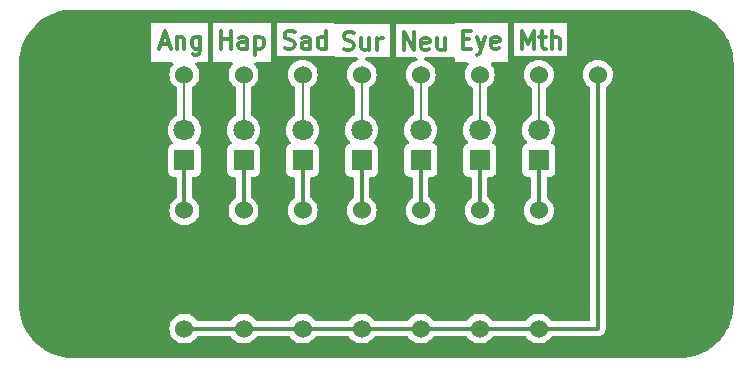
<source format=gbr>
%TF.GenerationSoftware,KiCad,Pcbnew,8.0.1-rc1*%
%TF.CreationDate,2024-04-16T23:15:50-05:00*%
%TF.ProjectId,Emotion LED,456d6f74-696f-46e2-904c-45442e6b6963,rev?*%
%TF.SameCoordinates,Original*%
%TF.FileFunction,Copper,L1,Top*%
%TF.FilePolarity,Positive*%
%FSLAX46Y46*%
G04 Gerber Fmt 4.6, Leading zero omitted, Abs format (unit mm)*
G04 Created by KiCad (PCBNEW 8.0.1-rc1) date 2024-04-16 23:15:50*
%MOMM*%
%LPD*%
G01*
G04 APERTURE LIST*
%ADD10C,0.300000*%
%TA.AperFunction,NonConductor*%
%ADD11C,0.300000*%
%TD*%
%TA.AperFunction,ComponentPad*%
%ADD12C,1.524000*%
%TD*%
%TA.AperFunction,ComponentPad*%
%ADD13R,1.800000X1.800000*%
%TD*%
%TA.AperFunction,ComponentPad*%
%ADD14C,1.800000*%
%TD*%
%TA.AperFunction,Conductor*%
%ADD15C,0.304800*%
%TD*%
%TA.AperFunction,Conductor*%
%ADD16C,0.200000*%
%TD*%
G04 APERTURE END LIST*
D10*
D11*
X58483082Y-31229400D02*
X58697368Y-31300828D01*
X58697368Y-31300828D02*
X59054510Y-31300828D01*
X59054510Y-31300828D02*
X59197368Y-31229400D01*
X59197368Y-31229400D02*
X59268796Y-31157971D01*
X59268796Y-31157971D02*
X59340225Y-31015114D01*
X59340225Y-31015114D02*
X59340225Y-30872257D01*
X59340225Y-30872257D02*
X59268796Y-30729400D01*
X59268796Y-30729400D02*
X59197368Y-30657971D01*
X59197368Y-30657971D02*
X59054510Y-30586542D01*
X59054510Y-30586542D02*
X58768796Y-30515114D01*
X58768796Y-30515114D02*
X58625939Y-30443685D01*
X58625939Y-30443685D02*
X58554510Y-30372257D01*
X58554510Y-30372257D02*
X58483082Y-30229400D01*
X58483082Y-30229400D02*
X58483082Y-30086542D01*
X58483082Y-30086542D02*
X58554510Y-29943685D01*
X58554510Y-29943685D02*
X58625939Y-29872257D01*
X58625939Y-29872257D02*
X58768796Y-29800828D01*
X58768796Y-29800828D02*
X59125939Y-29800828D01*
X59125939Y-29800828D02*
X59340225Y-29872257D01*
X60625939Y-31300828D02*
X60625939Y-30515114D01*
X60625939Y-30515114D02*
X60554510Y-30372257D01*
X60554510Y-30372257D02*
X60411653Y-30300828D01*
X60411653Y-30300828D02*
X60125939Y-30300828D01*
X60125939Y-30300828D02*
X59983081Y-30372257D01*
X60625939Y-31229400D02*
X60483081Y-31300828D01*
X60483081Y-31300828D02*
X60125939Y-31300828D01*
X60125939Y-31300828D02*
X59983081Y-31229400D01*
X59983081Y-31229400D02*
X59911653Y-31086542D01*
X59911653Y-31086542D02*
X59911653Y-30943685D01*
X59911653Y-30943685D02*
X59983081Y-30800828D01*
X59983081Y-30800828D02*
X60125939Y-30729400D01*
X60125939Y-30729400D02*
X60483081Y-30729400D01*
X60483081Y-30729400D02*
X60625939Y-30657971D01*
X61983082Y-31300828D02*
X61983082Y-29800828D01*
X61983082Y-31229400D02*
X61840224Y-31300828D01*
X61840224Y-31300828D02*
X61554510Y-31300828D01*
X61554510Y-31300828D02*
X61411653Y-31229400D01*
X61411653Y-31229400D02*
X61340224Y-31157971D01*
X61340224Y-31157971D02*
X61268796Y-31015114D01*
X61268796Y-31015114D02*
X61268796Y-30586542D01*
X61268796Y-30586542D02*
X61340224Y-30443685D01*
X61340224Y-30443685D02*
X61411653Y-30372257D01*
X61411653Y-30372257D02*
X61554510Y-30300828D01*
X61554510Y-30300828D02*
X61840224Y-30300828D01*
X61840224Y-30300828D02*
X61983082Y-30372257D01*
D10*
D11*
X53054510Y-31300828D02*
X53054510Y-29800828D01*
X53054510Y-30515114D02*
X53911653Y-30515114D01*
X53911653Y-31300828D02*
X53911653Y-29800828D01*
X55268797Y-31300828D02*
X55268797Y-30515114D01*
X55268797Y-30515114D02*
X55197368Y-30372257D01*
X55197368Y-30372257D02*
X55054511Y-30300828D01*
X55054511Y-30300828D02*
X54768797Y-30300828D01*
X54768797Y-30300828D02*
X54625939Y-30372257D01*
X55268797Y-31229400D02*
X55125939Y-31300828D01*
X55125939Y-31300828D02*
X54768797Y-31300828D01*
X54768797Y-31300828D02*
X54625939Y-31229400D01*
X54625939Y-31229400D02*
X54554511Y-31086542D01*
X54554511Y-31086542D02*
X54554511Y-30943685D01*
X54554511Y-30943685D02*
X54625939Y-30800828D01*
X54625939Y-30800828D02*
X54768797Y-30729400D01*
X54768797Y-30729400D02*
X55125939Y-30729400D01*
X55125939Y-30729400D02*
X55268797Y-30657971D01*
X55983082Y-30300828D02*
X55983082Y-31800828D01*
X55983082Y-30372257D02*
X56125940Y-30300828D01*
X56125940Y-30300828D02*
X56411654Y-30300828D01*
X56411654Y-30300828D02*
X56554511Y-30372257D01*
X56554511Y-30372257D02*
X56625940Y-30443685D01*
X56625940Y-30443685D02*
X56697368Y-30586542D01*
X56697368Y-30586542D02*
X56697368Y-31015114D01*
X56697368Y-31015114D02*
X56625940Y-31157971D01*
X56625940Y-31157971D02*
X56554511Y-31229400D01*
X56554511Y-31229400D02*
X56411654Y-31300828D01*
X56411654Y-31300828D02*
X56125940Y-31300828D01*
X56125940Y-31300828D02*
X55983082Y-31229400D01*
D10*
D11*
X68554510Y-31385912D02*
X68554510Y-29885912D01*
X68554510Y-29885912D02*
X69411653Y-31385912D01*
X69411653Y-31385912D02*
X69411653Y-29885912D01*
X70697368Y-31314484D02*
X70554511Y-31385912D01*
X70554511Y-31385912D02*
X70268797Y-31385912D01*
X70268797Y-31385912D02*
X70125939Y-31314484D01*
X70125939Y-31314484D02*
X70054511Y-31171626D01*
X70054511Y-31171626D02*
X70054511Y-30600198D01*
X70054511Y-30600198D02*
X70125939Y-30457341D01*
X70125939Y-30457341D02*
X70268797Y-30385912D01*
X70268797Y-30385912D02*
X70554511Y-30385912D01*
X70554511Y-30385912D02*
X70697368Y-30457341D01*
X70697368Y-30457341D02*
X70768797Y-30600198D01*
X70768797Y-30600198D02*
X70768797Y-30743055D01*
X70768797Y-30743055D02*
X70054511Y-30885912D01*
X72054511Y-30385912D02*
X72054511Y-31385912D01*
X71411653Y-30385912D02*
X71411653Y-31171626D01*
X71411653Y-31171626D02*
X71483082Y-31314484D01*
X71483082Y-31314484D02*
X71625939Y-31385912D01*
X71625939Y-31385912D02*
X71840225Y-31385912D01*
X71840225Y-31385912D02*
X71983082Y-31314484D01*
X71983082Y-31314484D02*
X72054511Y-31243055D01*
D10*
D11*
X63483082Y-31314484D02*
X63697368Y-31385912D01*
X63697368Y-31385912D02*
X64054510Y-31385912D01*
X64054510Y-31385912D02*
X64197368Y-31314484D01*
X64197368Y-31314484D02*
X64268796Y-31243055D01*
X64268796Y-31243055D02*
X64340225Y-31100198D01*
X64340225Y-31100198D02*
X64340225Y-30957341D01*
X64340225Y-30957341D02*
X64268796Y-30814484D01*
X64268796Y-30814484D02*
X64197368Y-30743055D01*
X64197368Y-30743055D02*
X64054510Y-30671626D01*
X64054510Y-30671626D02*
X63768796Y-30600198D01*
X63768796Y-30600198D02*
X63625939Y-30528769D01*
X63625939Y-30528769D02*
X63554510Y-30457341D01*
X63554510Y-30457341D02*
X63483082Y-30314484D01*
X63483082Y-30314484D02*
X63483082Y-30171626D01*
X63483082Y-30171626D02*
X63554510Y-30028769D01*
X63554510Y-30028769D02*
X63625939Y-29957341D01*
X63625939Y-29957341D02*
X63768796Y-29885912D01*
X63768796Y-29885912D02*
X64125939Y-29885912D01*
X64125939Y-29885912D02*
X64340225Y-29957341D01*
X65625939Y-30385912D02*
X65625939Y-31385912D01*
X64983081Y-30385912D02*
X64983081Y-31171626D01*
X64983081Y-31171626D02*
X65054510Y-31314484D01*
X65054510Y-31314484D02*
X65197367Y-31385912D01*
X65197367Y-31385912D02*
X65411653Y-31385912D01*
X65411653Y-31385912D02*
X65554510Y-31314484D01*
X65554510Y-31314484D02*
X65625939Y-31243055D01*
X66340224Y-31385912D02*
X66340224Y-30385912D01*
X66340224Y-30671626D02*
X66411653Y-30528769D01*
X66411653Y-30528769D02*
X66483082Y-30457341D01*
X66483082Y-30457341D02*
X66625939Y-30385912D01*
X66625939Y-30385912D02*
X66768796Y-30385912D01*
D10*
D11*
X47983082Y-30872257D02*
X48697368Y-30872257D01*
X47840225Y-31300828D02*
X48340225Y-29800828D01*
X48340225Y-29800828D02*
X48840225Y-31300828D01*
X49340224Y-30300828D02*
X49340224Y-31300828D01*
X49340224Y-30443685D02*
X49411653Y-30372257D01*
X49411653Y-30372257D02*
X49554510Y-30300828D01*
X49554510Y-30300828D02*
X49768796Y-30300828D01*
X49768796Y-30300828D02*
X49911653Y-30372257D01*
X49911653Y-30372257D02*
X49983082Y-30515114D01*
X49983082Y-30515114D02*
X49983082Y-31300828D01*
X51340225Y-30300828D02*
X51340225Y-31515114D01*
X51340225Y-31515114D02*
X51268796Y-31657971D01*
X51268796Y-31657971D02*
X51197367Y-31729400D01*
X51197367Y-31729400D02*
X51054510Y-31800828D01*
X51054510Y-31800828D02*
X50840225Y-31800828D01*
X50840225Y-31800828D02*
X50697367Y-31729400D01*
X51340225Y-31229400D02*
X51197367Y-31300828D01*
X51197367Y-31300828D02*
X50911653Y-31300828D01*
X50911653Y-31300828D02*
X50768796Y-31229400D01*
X50768796Y-31229400D02*
X50697367Y-31157971D01*
X50697367Y-31157971D02*
X50625939Y-31015114D01*
X50625939Y-31015114D02*
X50625939Y-30586542D01*
X50625939Y-30586542D02*
X50697367Y-30443685D01*
X50697367Y-30443685D02*
X50768796Y-30372257D01*
X50768796Y-30372257D02*
X50911653Y-30300828D01*
X50911653Y-30300828D02*
X51197367Y-30300828D01*
X51197367Y-30300828D02*
X51340225Y-30372257D01*
D10*
D11*
X78554510Y-31300828D02*
X78554510Y-29800828D01*
X78554510Y-29800828D02*
X79054510Y-30872257D01*
X79054510Y-30872257D02*
X79554510Y-29800828D01*
X79554510Y-29800828D02*
X79554510Y-31300828D01*
X80054511Y-30300828D02*
X80625939Y-30300828D01*
X80268796Y-29800828D02*
X80268796Y-31086542D01*
X80268796Y-31086542D02*
X80340225Y-31229400D01*
X80340225Y-31229400D02*
X80483082Y-31300828D01*
X80483082Y-31300828D02*
X80625939Y-31300828D01*
X81125939Y-31300828D02*
X81125939Y-29800828D01*
X81768797Y-31300828D02*
X81768797Y-30515114D01*
X81768797Y-30515114D02*
X81697368Y-30372257D01*
X81697368Y-30372257D02*
X81554511Y-30300828D01*
X81554511Y-30300828D02*
X81340225Y-30300828D01*
X81340225Y-30300828D02*
X81197368Y-30372257D01*
X81197368Y-30372257D02*
X81125939Y-30443685D01*
D10*
D11*
X73554510Y-30515114D02*
X74054510Y-30515114D01*
X74268796Y-31300828D02*
X73554510Y-31300828D01*
X73554510Y-31300828D02*
X73554510Y-29800828D01*
X73554510Y-29800828D02*
X74268796Y-29800828D01*
X74768796Y-30300828D02*
X75125939Y-31300828D01*
X75483082Y-30300828D02*
X75125939Y-31300828D01*
X75125939Y-31300828D02*
X74983082Y-31657971D01*
X74983082Y-31657971D02*
X74911653Y-31729400D01*
X74911653Y-31729400D02*
X74768796Y-31800828D01*
X76625939Y-31229400D02*
X76483082Y-31300828D01*
X76483082Y-31300828D02*
X76197368Y-31300828D01*
X76197368Y-31300828D02*
X76054510Y-31229400D01*
X76054510Y-31229400D02*
X75983082Y-31086542D01*
X75983082Y-31086542D02*
X75983082Y-30515114D01*
X75983082Y-30515114D02*
X76054510Y-30372257D01*
X76054510Y-30372257D02*
X76197368Y-30300828D01*
X76197368Y-30300828D02*
X76483082Y-30300828D01*
X76483082Y-30300828D02*
X76625939Y-30372257D01*
X76625939Y-30372257D02*
X76697368Y-30515114D01*
X76697368Y-30515114D02*
X76697368Y-30657971D01*
X76697368Y-30657971D02*
X75983082Y-30800828D01*
D12*
%TO.P,REF\u002A\u002A,1*%
%TO.N,N/C*%
X50000000Y-45000000D03*
%TO.P,REF\u002A\u002A,2*%
X50000000Y-55000000D03*
%TD*%
D13*
%TO.P,REF\u002A\u002A,1*%
%TO.N,N/C*%
X70000000Y-40750000D03*
D14*
%TO.P,REF\u002A\u002A,2*%
X70000000Y-38210000D03*
%TD*%
D12*
%TO.P,REF\u002A\u002A,1*%
%TO.N,N/C*%
X75000000Y-45000000D03*
%TO.P,REF\u002A\u002A,2*%
X75000000Y-55000000D03*
%TD*%
%TO.P,REF\u002A\u002A,1*%
%TO.N,N/C*%
X65000000Y-45000000D03*
%TO.P,REF\u002A\u002A,2*%
X65000000Y-55000000D03*
%TD*%
D13*
%TO.P,REF\u002A\u002A,1*%
%TO.N,N/C*%
X75000000Y-40750000D03*
D14*
%TO.P,REF\u002A\u002A,2*%
X75000000Y-38210000D03*
%TD*%
D13*
%TO.P,REF\u002A\u002A,1*%
%TO.N,N/C*%
X50000000Y-40750000D03*
D14*
%TO.P,REF\u002A\u002A,2*%
X50000000Y-38210000D03*
%TD*%
D12*
%TO.P,REF\u002A\u002A,1*%
%TO.N,N/C*%
X60000000Y-45000000D03*
%TO.P,REF\u002A\u002A,2*%
X60000000Y-55000000D03*
%TD*%
%TO.P,,2*%
%TO.N,N/C*%
X85000000Y-33500000D03*
%TD*%
%TO.P,,1*%
%TO.N,N/C*%
X65000000Y-33500000D03*
%TD*%
%TO.P,,1*%
%TO.N,N/C*%
X60000000Y-33500000D03*
%TD*%
%TO.P,,1*%
%TO.N,N/C*%
X50000000Y-33500000D03*
%TD*%
D13*
%TO.P,REF\u002A\u002A,1*%
%TO.N,N/C*%
X60000000Y-40750000D03*
D14*
%TO.P,REF\u002A\u002A,2*%
X60000000Y-38210000D03*
%TD*%
D12*
%TO.P,,1*%
%TO.N,N/C*%
X75000000Y-33500000D03*
%TD*%
%TO.P,,1*%
%TO.N,N/C*%
X70000000Y-33500000D03*
%TD*%
%TO.P,,1*%
%TO.N,N/C*%
X55000000Y-33500000D03*
%TD*%
D13*
%TO.P,REF\u002A\u002A,1*%
%TO.N,N/C*%
X80000000Y-40750000D03*
D14*
%TO.P,REF\u002A\u002A,2*%
X80000000Y-38210000D03*
%TD*%
D13*
%TO.P,REF\u002A\u002A,1*%
%TO.N,N/C*%
X65000000Y-40750000D03*
D14*
%TO.P,REF\u002A\u002A,2*%
X65000000Y-38210000D03*
%TD*%
D12*
%TO.P,,1*%
%TO.N,N/C*%
X80000000Y-33500000D03*
%TD*%
D13*
%TO.P,REF\u002A\u002A,1*%
%TO.N,N/C*%
X55000000Y-40750000D03*
D14*
%TO.P,REF\u002A\u002A,2*%
X55000000Y-38210000D03*
%TD*%
D12*
%TO.P,REF\u002A\u002A,1*%
%TO.N,N/C*%
X70000000Y-45000000D03*
%TO.P,REF\u002A\u002A,2*%
X70000000Y-55000000D03*
%TD*%
%TO.P,REF\u002A\u002A,1*%
%TO.N,N/C*%
X55000000Y-45000000D03*
%TO.P,REF\u002A\u002A,2*%
X55000000Y-55000000D03*
%TD*%
%TO.P,REF\u002A\u002A,1*%
%TO.N,N/C*%
X80000000Y-45000000D03*
%TO.P,REF\u002A\u002A,2*%
X80000000Y-55000000D03*
%TD*%
D15*
%TO.N,*%
X50000000Y-40750000D02*
X50000000Y-45000000D01*
X65000000Y-40750000D02*
X65000000Y-45000000D01*
D16*
X70000000Y-38210000D02*
X70000000Y-33500000D01*
X80000000Y-38210000D02*
X80000000Y-33500000D01*
D15*
X70000000Y-40750000D02*
X70000000Y-45000000D01*
X50000000Y-55000000D02*
X85000000Y-55000000D01*
X75000000Y-40750000D02*
X75000000Y-45000000D01*
D16*
X55000000Y-38210000D02*
X55000000Y-33500000D01*
D15*
X55000000Y-40750000D02*
X55000000Y-45000000D01*
D16*
X60000000Y-38210000D02*
X60000000Y-33500000D01*
D15*
X60000000Y-40750000D02*
X60000000Y-45000000D01*
X80000000Y-40750000D02*
X80000000Y-45000000D01*
X85000000Y-55000000D02*
X85000000Y-33500000D01*
D16*
X50000000Y-38210000D02*
X50000000Y-33500000D01*
X75000000Y-38210000D02*
X75000000Y-33500000D01*
X65000000Y-38210000D02*
X65000000Y-33500000D01*
%TD*%
%TA.AperFunction,Conductor*%
%TO.N,GRD*%
G36*
X91922702Y-28000618D02*
G01*
X91935819Y-28001190D01*
X92313742Y-28017690D01*
X92324477Y-28018630D01*
X92709859Y-28069366D01*
X92720493Y-28071241D01*
X93099990Y-28155374D01*
X93110416Y-28158168D01*
X93481135Y-28275055D01*
X93491270Y-28278744D01*
X93850387Y-28427495D01*
X93860178Y-28432061D01*
X94204942Y-28611534D01*
X94214309Y-28616941D01*
X94484434Y-28789030D01*
X94542130Y-28825786D01*
X94550991Y-28831991D01*
X94859353Y-29068605D01*
X94867640Y-29075559D01*
X95154204Y-29338146D01*
X95161853Y-29345795D01*
X95424440Y-29632359D01*
X95431394Y-29640646D01*
X95668008Y-29949008D01*
X95674213Y-29957869D01*
X95883057Y-30285689D01*
X95888465Y-30295057D01*
X96067935Y-30639814D01*
X96072507Y-30649618D01*
X96221249Y-31008714D01*
X96224949Y-31018879D01*
X96341828Y-31389572D01*
X96344628Y-31400021D01*
X96428756Y-31779498D01*
X96430634Y-31790151D01*
X96481367Y-32175499D01*
X96482310Y-32186276D01*
X96499382Y-32577297D01*
X96499500Y-32582706D01*
X96499500Y-52917293D01*
X96499382Y-52922702D01*
X96482310Y-53313723D01*
X96481367Y-53324500D01*
X96430634Y-53709848D01*
X96428756Y-53720501D01*
X96344628Y-54099978D01*
X96341828Y-54110427D01*
X96224949Y-54481120D01*
X96221249Y-54491285D01*
X96072507Y-54850381D01*
X96067935Y-54860185D01*
X95888465Y-55204942D01*
X95883057Y-55214310D01*
X95674213Y-55542130D01*
X95668008Y-55550991D01*
X95431394Y-55859353D01*
X95424440Y-55867640D01*
X95161853Y-56154204D01*
X95154204Y-56161853D01*
X94867640Y-56424440D01*
X94859353Y-56431394D01*
X94550991Y-56668008D01*
X94542130Y-56674213D01*
X94214310Y-56883057D01*
X94204942Y-56888465D01*
X93860185Y-57067935D01*
X93850381Y-57072507D01*
X93491285Y-57221249D01*
X93481120Y-57224949D01*
X93110427Y-57341828D01*
X93099978Y-57344628D01*
X92720501Y-57428756D01*
X92709848Y-57430634D01*
X92324500Y-57481367D01*
X92313723Y-57482310D01*
X91922703Y-57499382D01*
X91917294Y-57499500D01*
X40582706Y-57499500D01*
X40577297Y-57499382D01*
X40186276Y-57482310D01*
X40175501Y-57481367D01*
X40086792Y-57469688D01*
X39790151Y-57430634D01*
X39779498Y-57428756D01*
X39400021Y-57344628D01*
X39389572Y-57341828D01*
X39018879Y-57224949D01*
X39008714Y-57221249D01*
X38649618Y-57072507D01*
X38639814Y-57067935D01*
X38295057Y-56888465D01*
X38285689Y-56883057D01*
X37957869Y-56674213D01*
X37949008Y-56668008D01*
X37640646Y-56431394D01*
X37632359Y-56424440D01*
X37345795Y-56161853D01*
X37338146Y-56154204D01*
X37075559Y-55867640D01*
X37068605Y-55859353D01*
X36831991Y-55550991D01*
X36825786Y-55542130D01*
X36616942Y-55214310D01*
X36611534Y-55204942D01*
X36538323Y-55064305D01*
X36504849Y-55000002D01*
X48732677Y-55000002D01*
X48751929Y-55220062D01*
X48751930Y-55220070D01*
X48809104Y-55433445D01*
X48809105Y-55433447D01*
X48809106Y-55433450D01*
X48843467Y-55507137D01*
X48902466Y-55633662D01*
X48902468Y-55633666D01*
X49029170Y-55814615D01*
X49029175Y-55814621D01*
X49185378Y-55970824D01*
X49185384Y-55970829D01*
X49366333Y-56097531D01*
X49366335Y-56097532D01*
X49366338Y-56097534D01*
X49566550Y-56190894D01*
X49779932Y-56248070D01*
X49937123Y-56261822D01*
X49999998Y-56267323D01*
X50000000Y-56267323D01*
X50000002Y-56267323D01*
X50055017Y-56262509D01*
X50220068Y-56248070D01*
X50433450Y-56190894D01*
X50633662Y-56097534D01*
X50814620Y-55970826D01*
X50970826Y-55814620D01*
X51047038Y-55705776D01*
X51101614Y-55662152D01*
X51148613Y-55652900D01*
X53851387Y-55652900D01*
X53918426Y-55672585D01*
X53952962Y-55705777D01*
X54029172Y-55814618D01*
X54029173Y-55814619D01*
X54029174Y-55814620D01*
X54185380Y-55970826D01*
X54185383Y-55970828D01*
X54185384Y-55970829D01*
X54366333Y-56097531D01*
X54366335Y-56097532D01*
X54366338Y-56097534D01*
X54566550Y-56190894D01*
X54779932Y-56248070D01*
X54937123Y-56261822D01*
X54999998Y-56267323D01*
X55000000Y-56267323D01*
X55000002Y-56267323D01*
X55055017Y-56262509D01*
X55220068Y-56248070D01*
X55433450Y-56190894D01*
X55633662Y-56097534D01*
X55814620Y-55970826D01*
X55970826Y-55814620D01*
X56047038Y-55705776D01*
X56101614Y-55662152D01*
X56148613Y-55652900D01*
X58851387Y-55652900D01*
X58918426Y-55672585D01*
X58952962Y-55705777D01*
X59029172Y-55814618D01*
X59029173Y-55814619D01*
X59029174Y-55814620D01*
X59185380Y-55970826D01*
X59185383Y-55970828D01*
X59185384Y-55970829D01*
X59366333Y-56097531D01*
X59366335Y-56097532D01*
X59366338Y-56097534D01*
X59566550Y-56190894D01*
X59779932Y-56248070D01*
X59937123Y-56261822D01*
X59999998Y-56267323D01*
X60000000Y-56267323D01*
X60000002Y-56267323D01*
X60055017Y-56262509D01*
X60220068Y-56248070D01*
X60433450Y-56190894D01*
X60633662Y-56097534D01*
X60814620Y-55970826D01*
X60970826Y-55814620D01*
X61047038Y-55705776D01*
X61101614Y-55662152D01*
X61148613Y-55652900D01*
X63851387Y-55652900D01*
X63918426Y-55672585D01*
X63952962Y-55705777D01*
X64029172Y-55814618D01*
X64029173Y-55814619D01*
X64029174Y-55814620D01*
X64185380Y-55970826D01*
X64185383Y-55970828D01*
X64185384Y-55970829D01*
X64366333Y-56097531D01*
X64366335Y-56097532D01*
X64366338Y-56097534D01*
X64566550Y-56190894D01*
X64779932Y-56248070D01*
X64937123Y-56261822D01*
X64999998Y-56267323D01*
X65000000Y-56267323D01*
X65000002Y-56267323D01*
X65055017Y-56262509D01*
X65220068Y-56248070D01*
X65433450Y-56190894D01*
X65633662Y-56097534D01*
X65814620Y-55970826D01*
X65970826Y-55814620D01*
X66047038Y-55705776D01*
X66101614Y-55662152D01*
X66148613Y-55652900D01*
X68851387Y-55652900D01*
X68918426Y-55672585D01*
X68952962Y-55705777D01*
X69029172Y-55814618D01*
X69029173Y-55814619D01*
X69029174Y-55814620D01*
X69185380Y-55970826D01*
X69185383Y-55970828D01*
X69185384Y-55970829D01*
X69366333Y-56097531D01*
X69366335Y-56097532D01*
X69366338Y-56097534D01*
X69566550Y-56190894D01*
X69779932Y-56248070D01*
X69937123Y-56261822D01*
X69999998Y-56267323D01*
X70000000Y-56267323D01*
X70000002Y-56267323D01*
X70055017Y-56262509D01*
X70220068Y-56248070D01*
X70433450Y-56190894D01*
X70633662Y-56097534D01*
X70814620Y-55970826D01*
X70970826Y-55814620D01*
X71047038Y-55705776D01*
X71101614Y-55662152D01*
X71148613Y-55652900D01*
X73851387Y-55652900D01*
X73918426Y-55672585D01*
X73952962Y-55705777D01*
X74029172Y-55814618D01*
X74029173Y-55814619D01*
X74029174Y-55814620D01*
X74185380Y-55970826D01*
X74185383Y-55970828D01*
X74185384Y-55970829D01*
X74366333Y-56097531D01*
X74366335Y-56097532D01*
X74366338Y-56097534D01*
X74566550Y-56190894D01*
X74779932Y-56248070D01*
X74937123Y-56261822D01*
X74999998Y-56267323D01*
X75000000Y-56267323D01*
X75000002Y-56267323D01*
X75055017Y-56262509D01*
X75220068Y-56248070D01*
X75433450Y-56190894D01*
X75633662Y-56097534D01*
X75814620Y-55970826D01*
X75970826Y-55814620D01*
X76047038Y-55705776D01*
X76101614Y-55662152D01*
X76148613Y-55652900D01*
X78851387Y-55652900D01*
X78918426Y-55672585D01*
X78952962Y-55705777D01*
X79029172Y-55814618D01*
X79029173Y-55814619D01*
X79029174Y-55814620D01*
X79185380Y-55970826D01*
X79185383Y-55970828D01*
X79185384Y-55970829D01*
X79366333Y-56097531D01*
X79366335Y-56097532D01*
X79366338Y-56097534D01*
X79566550Y-56190894D01*
X79779932Y-56248070D01*
X79937123Y-56261822D01*
X79999998Y-56267323D01*
X80000000Y-56267323D01*
X80000002Y-56267323D01*
X80055017Y-56262509D01*
X80220068Y-56248070D01*
X80433450Y-56190894D01*
X80633662Y-56097534D01*
X80814620Y-55970826D01*
X80970826Y-55814620D01*
X81047038Y-55705776D01*
X81101614Y-55662152D01*
X81148613Y-55652900D01*
X85064307Y-55652900D01*
X85161019Y-55633662D01*
X85190444Y-55627809D01*
X85309264Y-55578592D01*
X85416199Y-55507140D01*
X85507140Y-55416199D01*
X85578592Y-55309264D01*
X85627809Y-55190444D01*
X85652900Y-55064305D01*
X85652900Y-34648613D01*
X85672585Y-34581574D01*
X85705777Y-34547038D01*
X85814620Y-34470826D01*
X85970826Y-34314620D01*
X86097534Y-34133662D01*
X86190894Y-33933450D01*
X86248070Y-33720068D01*
X86267323Y-33500000D01*
X86248070Y-33279932D01*
X86190894Y-33066550D01*
X86097534Y-32866339D01*
X85970826Y-32685380D01*
X85814620Y-32529174D01*
X85814616Y-32529171D01*
X85814615Y-32529170D01*
X85633666Y-32402468D01*
X85633662Y-32402466D01*
X85544184Y-32360742D01*
X85433450Y-32309106D01*
X85433447Y-32309105D01*
X85433445Y-32309104D01*
X85220070Y-32251930D01*
X85220062Y-32251929D01*
X85000002Y-32232677D01*
X84999998Y-32232677D01*
X84779937Y-32251929D01*
X84779929Y-32251930D01*
X84566554Y-32309104D01*
X84566548Y-32309107D01*
X84366340Y-32402465D01*
X84366338Y-32402466D01*
X84185377Y-32529175D01*
X84029175Y-32685377D01*
X83902466Y-32866338D01*
X83902465Y-32866340D01*
X83809107Y-33066548D01*
X83809104Y-33066554D01*
X83751930Y-33279929D01*
X83751929Y-33279937D01*
X83732677Y-33499997D01*
X83732677Y-33500002D01*
X83751929Y-33720062D01*
X83751930Y-33720070D01*
X83809104Y-33933445D01*
X83809105Y-33933447D01*
X83809106Y-33933450D01*
X83902466Y-34133662D01*
X83902468Y-34133666D01*
X84029170Y-34314615D01*
X84029174Y-34314620D01*
X84185378Y-34470824D01*
X84185381Y-34470827D01*
X84294223Y-34547038D01*
X84337848Y-34601614D01*
X84347100Y-34648613D01*
X84347100Y-54223100D01*
X84327415Y-54290139D01*
X84274611Y-54335894D01*
X84223100Y-54347100D01*
X81148613Y-54347100D01*
X81081574Y-54327415D01*
X81047038Y-54294223D01*
X81044178Y-54290139D01*
X80970826Y-54185380D01*
X80814620Y-54029174D01*
X80814616Y-54029171D01*
X80814615Y-54029170D01*
X80633666Y-53902468D01*
X80633662Y-53902466D01*
X80633660Y-53902465D01*
X80433450Y-53809106D01*
X80433447Y-53809105D01*
X80433445Y-53809104D01*
X80220070Y-53751930D01*
X80220062Y-53751929D01*
X80000002Y-53732677D01*
X79999998Y-53732677D01*
X79779937Y-53751929D01*
X79779929Y-53751930D01*
X79566554Y-53809104D01*
X79566548Y-53809107D01*
X79366340Y-53902465D01*
X79366338Y-53902466D01*
X79185377Y-54029175D01*
X79029175Y-54185377D01*
X79002762Y-54223100D01*
X78955822Y-54290139D01*
X78952962Y-54294223D01*
X78898386Y-54337848D01*
X78851387Y-54347100D01*
X76148613Y-54347100D01*
X76081574Y-54327415D01*
X76047038Y-54294223D01*
X76044178Y-54290139D01*
X75970826Y-54185380D01*
X75814620Y-54029174D01*
X75814616Y-54029171D01*
X75814615Y-54029170D01*
X75633666Y-53902468D01*
X75633662Y-53902466D01*
X75633660Y-53902465D01*
X75433450Y-53809106D01*
X75433447Y-53809105D01*
X75433445Y-53809104D01*
X75220070Y-53751930D01*
X75220062Y-53751929D01*
X75000002Y-53732677D01*
X74999998Y-53732677D01*
X74779937Y-53751929D01*
X74779929Y-53751930D01*
X74566554Y-53809104D01*
X74566548Y-53809107D01*
X74366340Y-53902465D01*
X74366338Y-53902466D01*
X74185377Y-54029175D01*
X74029175Y-54185377D01*
X74002762Y-54223100D01*
X73955822Y-54290139D01*
X73952962Y-54294223D01*
X73898386Y-54337848D01*
X73851387Y-54347100D01*
X71148613Y-54347100D01*
X71081574Y-54327415D01*
X71047038Y-54294223D01*
X71044178Y-54290139D01*
X70970826Y-54185380D01*
X70814620Y-54029174D01*
X70814616Y-54029171D01*
X70814615Y-54029170D01*
X70633666Y-53902468D01*
X70633662Y-53902466D01*
X70633660Y-53902465D01*
X70433450Y-53809106D01*
X70433447Y-53809105D01*
X70433445Y-53809104D01*
X70220070Y-53751930D01*
X70220062Y-53751929D01*
X70000002Y-53732677D01*
X69999998Y-53732677D01*
X69779937Y-53751929D01*
X69779929Y-53751930D01*
X69566554Y-53809104D01*
X69566548Y-53809107D01*
X69366340Y-53902465D01*
X69366338Y-53902466D01*
X69185377Y-54029175D01*
X69029175Y-54185377D01*
X69002762Y-54223100D01*
X68955822Y-54290139D01*
X68952962Y-54294223D01*
X68898386Y-54337848D01*
X68851387Y-54347100D01*
X66148613Y-54347100D01*
X66081574Y-54327415D01*
X66047038Y-54294223D01*
X66044178Y-54290139D01*
X65970826Y-54185380D01*
X65814620Y-54029174D01*
X65814616Y-54029171D01*
X65814615Y-54029170D01*
X65633666Y-53902468D01*
X65633662Y-53902466D01*
X65633660Y-53902465D01*
X65433450Y-53809106D01*
X65433447Y-53809105D01*
X65433445Y-53809104D01*
X65220070Y-53751930D01*
X65220062Y-53751929D01*
X65000002Y-53732677D01*
X64999998Y-53732677D01*
X64779937Y-53751929D01*
X64779929Y-53751930D01*
X64566554Y-53809104D01*
X64566548Y-53809107D01*
X64366340Y-53902465D01*
X64366338Y-53902466D01*
X64185377Y-54029175D01*
X64029175Y-54185377D01*
X64002762Y-54223100D01*
X63955822Y-54290139D01*
X63952962Y-54294223D01*
X63898386Y-54337848D01*
X63851387Y-54347100D01*
X61148613Y-54347100D01*
X61081574Y-54327415D01*
X61047038Y-54294223D01*
X61044178Y-54290139D01*
X60970826Y-54185380D01*
X60814620Y-54029174D01*
X60814616Y-54029171D01*
X60814615Y-54029170D01*
X60633666Y-53902468D01*
X60633662Y-53902466D01*
X60633660Y-53902465D01*
X60433450Y-53809106D01*
X60433447Y-53809105D01*
X60433445Y-53809104D01*
X60220070Y-53751930D01*
X60220062Y-53751929D01*
X60000002Y-53732677D01*
X59999998Y-53732677D01*
X59779937Y-53751929D01*
X59779929Y-53751930D01*
X59566554Y-53809104D01*
X59566548Y-53809107D01*
X59366340Y-53902465D01*
X59366338Y-53902466D01*
X59185377Y-54029175D01*
X59029175Y-54185377D01*
X59002762Y-54223100D01*
X58955822Y-54290139D01*
X58952962Y-54294223D01*
X58898386Y-54337848D01*
X58851387Y-54347100D01*
X56148613Y-54347100D01*
X56081574Y-54327415D01*
X56047038Y-54294223D01*
X56044178Y-54290139D01*
X55970826Y-54185380D01*
X55814620Y-54029174D01*
X55814616Y-54029171D01*
X55814615Y-54029170D01*
X55633666Y-53902468D01*
X55633662Y-53902466D01*
X55633660Y-53902465D01*
X55433450Y-53809106D01*
X55433447Y-53809105D01*
X55433445Y-53809104D01*
X55220070Y-53751930D01*
X55220062Y-53751929D01*
X55000002Y-53732677D01*
X54999998Y-53732677D01*
X54779937Y-53751929D01*
X54779929Y-53751930D01*
X54566554Y-53809104D01*
X54566548Y-53809107D01*
X54366340Y-53902465D01*
X54366338Y-53902466D01*
X54185377Y-54029175D01*
X54029175Y-54185377D01*
X54002762Y-54223100D01*
X53955822Y-54290139D01*
X53952962Y-54294223D01*
X53898386Y-54337848D01*
X53851387Y-54347100D01*
X51148613Y-54347100D01*
X51081574Y-54327415D01*
X51047038Y-54294223D01*
X51044178Y-54290139D01*
X50970826Y-54185380D01*
X50814620Y-54029174D01*
X50814616Y-54029171D01*
X50814615Y-54029170D01*
X50633666Y-53902468D01*
X50633662Y-53902466D01*
X50633660Y-53902465D01*
X50433450Y-53809106D01*
X50433447Y-53809105D01*
X50433445Y-53809104D01*
X50220070Y-53751930D01*
X50220062Y-53751929D01*
X50000002Y-53732677D01*
X49999998Y-53732677D01*
X49779937Y-53751929D01*
X49779929Y-53751930D01*
X49566554Y-53809104D01*
X49566548Y-53809107D01*
X49366340Y-53902465D01*
X49366338Y-53902466D01*
X49185377Y-54029175D01*
X49029175Y-54185377D01*
X48902466Y-54366338D01*
X48902465Y-54366340D01*
X48809107Y-54566548D01*
X48809104Y-54566554D01*
X48751930Y-54779929D01*
X48751929Y-54779937D01*
X48732677Y-54999997D01*
X48732677Y-55000002D01*
X36504849Y-55000002D01*
X36432061Y-54860178D01*
X36427492Y-54850381D01*
X36278744Y-54491270D01*
X36275055Y-54481135D01*
X36158168Y-54110416D01*
X36155374Y-54099990D01*
X36071241Y-53720493D01*
X36069365Y-53709848D01*
X36018630Y-53324477D01*
X36017690Y-53313742D01*
X36000618Y-52922701D01*
X36000500Y-52917293D01*
X36000500Y-32582706D01*
X36000618Y-32577298D01*
X36004744Y-32482786D01*
X36017690Y-32186255D01*
X36018629Y-32175524D01*
X36069367Y-31790137D01*
X36071240Y-31779510D01*
X36155375Y-31400004D01*
X36158166Y-31389589D01*
X36275057Y-31018857D01*
X36278741Y-31008736D01*
X36427498Y-30649603D01*
X36432056Y-30639829D01*
X36611540Y-30295045D01*
X36616935Y-30285700D01*
X36825793Y-29957858D01*
X36831983Y-29949018D01*
X37068612Y-29640637D01*
X37075550Y-29632368D01*
X37338157Y-29345783D01*
X37345783Y-29338157D01*
X37558101Y-29143603D01*
X47183000Y-29143603D01*
X47183000Y-32458053D01*
X48957138Y-32458053D01*
X49024177Y-32477738D01*
X49069932Y-32530542D01*
X49079876Y-32599700D01*
X49050851Y-32663256D01*
X49044819Y-32669734D01*
X49029175Y-32685377D01*
X48902466Y-32866338D01*
X48902465Y-32866340D01*
X48809107Y-33066548D01*
X48809104Y-33066554D01*
X48751930Y-33279929D01*
X48751929Y-33279937D01*
X48732677Y-33499997D01*
X48732677Y-33500002D01*
X48751929Y-33720062D01*
X48751930Y-33720070D01*
X48809104Y-33933445D01*
X48809105Y-33933447D01*
X48809106Y-33933450D01*
X48902466Y-34133662D01*
X48902468Y-34133666D01*
X49029170Y-34314615D01*
X49029174Y-34314620D01*
X49185380Y-34470826D01*
X49346623Y-34583729D01*
X49390248Y-34638306D01*
X49399500Y-34685304D01*
X49399500Y-36868655D01*
X49379815Y-36935694D01*
X49334519Y-36977709D01*
X49231376Y-37033528D01*
X49231365Y-37033535D01*
X49048222Y-37176081D01*
X49048219Y-37176084D01*
X48891016Y-37346852D01*
X48764075Y-37541151D01*
X48670842Y-37753699D01*
X48613866Y-37978691D01*
X48613864Y-37978702D01*
X48594700Y-38209993D01*
X48594700Y-38210006D01*
X48613864Y-38441297D01*
X48613866Y-38441308D01*
X48670842Y-38666300D01*
X48764075Y-38878848D01*
X48891016Y-39073147D01*
X48891019Y-39073151D01*
X48891021Y-39073153D01*
X48985803Y-39176114D01*
X49016724Y-39238767D01*
X49008864Y-39308193D01*
X48964716Y-39362348D01*
X48937906Y-39376277D01*
X48857669Y-39406203D01*
X48857664Y-39406206D01*
X48742455Y-39492452D01*
X48742452Y-39492455D01*
X48656206Y-39607664D01*
X48656202Y-39607671D01*
X48605908Y-39742517D01*
X48599501Y-39802116D01*
X48599501Y-39802123D01*
X48599500Y-39802135D01*
X48599500Y-41697870D01*
X48599501Y-41697876D01*
X48605908Y-41757483D01*
X48656202Y-41892328D01*
X48656206Y-41892335D01*
X48742452Y-42007544D01*
X48742455Y-42007547D01*
X48857664Y-42093793D01*
X48857671Y-42093797D01*
X48902618Y-42110561D01*
X48992517Y-42144091D01*
X49052127Y-42150500D01*
X49223100Y-42150499D01*
X49290139Y-42170183D01*
X49335894Y-42222987D01*
X49347100Y-42274499D01*
X49347100Y-43851386D01*
X49327415Y-43918425D01*
X49294223Y-43952961D01*
X49185378Y-44029174D01*
X49029175Y-44185377D01*
X48902466Y-44366338D01*
X48902465Y-44366340D01*
X48809107Y-44566548D01*
X48809104Y-44566554D01*
X48751930Y-44779929D01*
X48751929Y-44779937D01*
X48732677Y-44999997D01*
X48732677Y-45000002D01*
X48751929Y-45220062D01*
X48751930Y-45220070D01*
X48809104Y-45433445D01*
X48809105Y-45433447D01*
X48809106Y-45433450D01*
X48902466Y-45633662D01*
X48902468Y-45633666D01*
X49029170Y-45814615D01*
X49029175Y-45814621D01*
X49185378Y-45970824D01*
X49185384Y-45970829D01*
X49366333Y-46097531D01*
X49366335Y-46097532D01*
X49366338Y-46097534D01*
X49566550Y-46190894D01*
X49779932Y-46248070D01*
X49937123Y-46261822D01*
X49999998Y-46267323D01*
X50000000Y-46267323D01*
X50000002Y-46267323D01*
X50055017Y-46262509D01*
X50220068Y-46248070D01*
X50433450Y-46190894D01*
X50633662Y-46097534D01*
X50814620Y-45970826D01*
X50970826Y-45814620D01*
X51097534Y-45633662D01*
X51190894Y-45433450D01*
X51248070Y-45220068D01*
X51267323Y-45000000D01*
X51248070Y-44779932D01*
X51190894Y-44566550D01*
X51097534Y-44366339D01*
X50970826Y-44185380D01*
X50814620Y-44029174D01*
X50756734Y-43988641D01*
X50705775Y-43952959D01*
X50662151Y-43898382D01*
X50652900Y-43851385D01*
X50652900Y-42274499D01*
X50672585Y-42207460D01*
X50725389Y-42161705D01*
X50776900Y-42150499D01*
X50947871Y-42150499D01*
X50947872Y-42150499D01*
X51007483Y-42144091D01*
X51142331Y-42093796D01*
X51257546Y-42007546D01*
X51343796Y-41892331D01*
X51394091Y-41757483D01*
X51400500Y-41697873D01*
X51400499Y-39802128D01*
X51394091Y-39742517D01*
X51343796Y-39607669D01*
X51343795Y-39607668D01*
X51343793Y-39607664D01*
X51257547Y-39492455D01*
X51257544Y-39492452D01*
X51142335Y-39406206D01*
X51142328Y-39406202D01*
X51062094Y-39376277D01*
X51006160Y-39334406D01*
X50981743Y-39268941D01*
X50996595Y-39200668D01*
X51014190Y-39176121D01*
X51108979Y-39073153D01*
X51235924Y-38878849D01*
X51329157Y-38666300D01*
X51386134Y-38441305D01*
X51405300Y-38210000D01*
X51405300Y-38209993D01*
X51386135Y-37978702D01*
X51386133Y-37978691D01*
X51329157Y-37753699D01*
X51235924Y-37541151D01*
X51108983Y-37346852D01*
X51108980Y-37346849D01*
X51108979Y-37346847D01*
X50951784Y-37176087D01*
X50951779Y-37176083D01*
X50951777Y-37176081D01*
X50768634Y-37033535D01*
X50768623Y-37033528D01*
X50665481Y-36977709D01*
X50615891Y-36928489D01*
X50600500Y-36868655D01*
X50600500Y-34685304D01*
X50620185Y-34618265D01*
X50653375Y-34583730D01*
X50814620Y-34470826D01*
X50970826Y-34314620D01*
X51097534Y-34133662D01*
X51190894Y-33933450D01*
X51248070Y-33720068D01*
X51267323Y-33500000D01*
X51248070Y-33279932D01*
X51190894Y-33066550D01*
X51097534Y-32866339D01*
X50970826Y-32685380D01*
X50970824Y-32685377D01*
X50955181Y-32669734D01*
X50921696Y-32608411D01*
X50926680Y-32538719D01*
X50968552Y-32482786D01*
X51034016Y-32458369D01*
X51042862Y-32458053D01*
X51997450Y-32458053D01*
X51997450Y-29145328D01*
X52399010Y-29145328D01*
X52399010Y-32456328D01*
X53958863Y-32456328D01*
X54025902Y-32476013D01*
X54071657Y-32528817D01*
X54081601Y-32597975D01*
X54052576Y-32661531D01*
X54046544Y-32668009D01*
X54029175Y-32685377D01*
X53902466Y-32866338D01*
X53902465Y-32866340D01*
X53809107Y-33066548D01*
X53809104Y-33066554D01*
X53751930Y-33279929D01*
X53751929Y-33279937D01*
X53732677Y-33499997D01*
X53732677Y-33500002D01*
X53751929Y-33720062D01*
X53751930Y-33720070D01*
X53809104Y-33933445D01*
X53809105Y-33933447D01*
X53809106Y-33933450D01*
X53902466Y-34133662D01*
X53902468Y-34133666D01*
X54029170Y-34314615D01*
X54029174Y-34314620D01*
X54185380Y-34470826D01*
X54346623Y-34583729D01*
X54390248Y-34638306D01*
X54399500Y-34685304D01*
X54399500Y-36868655D01*
X54379815Y-36935694D01*
X54334519Y-36977709D01*
X54231376Y-37033528D01*
X54231365Y-37033535D01*
X54048222Y-37176081D01*
X54048219Y-37176084D01*
X53891016Y-37346852D01*
X53764075Y-37541151D01*
X53670842Y-37753699D01*
X53613866Y-37978691D01*
X53613864Y-37978702D01*
X53594700Y-38209993D01*
X53594700Y-38210006D01*
X53613864Y-38441297D01*
X53613866Y-38441308D01*
X53670842Y-38666300D01*
X53764075Y-38878848D01*
X53891016Y-39073147D01*
X53891019Y-39073151D01*
X53891021Y-39073153D01*
X53985803Y-39176114D01*
X54016724Y-39238767D01*
X54008864Y-39308193D01*
X53964716Y-39362348D01*
X53937906Y-39376277D01*
X53857669Y-39406203D01*
X53857664Y-39406206D01*
X53742455Y-39492452D01*
X53742452Y-39492455D01*
X53656206Y-39607664D01*
X53656202Y-39607671D01*
X53605908Y-39742517D01*
X53599501Y-39802116D01*
X53599501Y-39802123D01*
X53599500Y-39802135D01*
X53599500Y-41697870D01*
X53599501Y-41697876D01*
X53605908Y-41757483D01*
X53656202Y-41892328D01*
X53656206Y-41892335D01*
X53742452Y-42007544D01*
X53742455Y-42007547D01*
X53857664Y-42093793D01*
X53857671Y-42093797D01*
X53902618Y-42110561D01*
X53992517Y-42144091D01*
X54052127Y-42150500D01*
X54223100Y-42150499D01*
X54290139Y-42170183D01*
X54335894Y-42222987D01*
X54347100Y-42274499D01*
X54347100Y-43851386D01*
X54327415Y-43918425D01*
X54294223Y-43952961D01*
X54185378Y-44029174D01*
X54029175Y-44185377D01*
X53902466Y-44366338D01*
X53902465Y-44366340D01*
X53809107Y-44566548D01*
X53809104Y-44566554D01*
X53751930Y-44779929D01*
X53751929Y-44779937D01*
X53732677Y-44999997D01*
X53732677Y-45000002D01*
X53751929Y-45220062D01*
X53751930Y-45220070D01*
X53809104Y-45433445D01*
X53809105Y-45433447D01*
X53809106Y-45433450D01*
X53902466Y-45633662D01*
X53902468Y-45633666D01*
X54029170Y-45814615D01*
X54029175Y-45814621D01*
X54185378Y-45970824D01*
X54185384Y-45970829D01*
X54366333Y-46097531D01*
X54366335Y-46097532D01*
X54366338Y-46097534D01*
X54566550Y-46190894D01*
X54779932Y-46248070D01*
X54937123Y-46261822D01*
X54999998Y-46267323D01*
X55000000Y-46267323D01*
X55000002Y-46267323D01*
X55055017Y-46262509D01*
X55220068Y-46248070D01*
X55433450Y-46190894D01*
X55633662Y-46097534D01*
X55814620Y-45970826D01*
X55970826Y-45814620D01*
X56097534Y-45633662D01*
X56190894Y-45433450D01*
X56248070Y-45220068D01*
X56267323Y-45000000D01*
X56248070Y-44779932D01*
X56190894Y-44566550D01*
X56097534Y-44366339D01*
X55970826Y-44185380D01*
X55814620Y-44029174D01*
X55756734Y-43988641D01*
X55705775Y-43952959D01*
X55662151Y-43898382D01*
X55652900Y-43851385D01*
X55652900Y-42274499D01*
X55672585Y-42207460D01*
X55725389Y-42161705D01*
X55776900Y-42150499D01*
X55947871Y-42150499D01*
X55947872Y-42150499D01*
X56007483Y-42144091D01*
X56142331Y-42093796D01*
X56257546Y-42007546D01*
X56343796Y-41892331D01*
X56394091Y-41757483D01*
X56400500Y-41697873D01*
X56400499Y-39802128D01*
X56394091Y-39742517D01*
X56343796Y-39607669D01*
X56343795Y-39607668D01*
X56343793Y-39607664D01*
X56257547Y-39492455D01*
X56257544Y-39492452D01*
X56142335Y-39406206D01*
X56142328Y-39406202D01*
X56062094Y-39376277D01*
X56006160Y-39334406D01*
X55981743Y-39268941D01*
X55996595Y-39200668D01*
X56014190Y-39176121D01*
X56108979Y-39073153D01*
X56235924Y-38878849D01*
X56329157Y-38666300D01*
X56386134Y-38441305D01*
X56405300Y-38210006D01*
X58594700Y-38210006D01*
X58613864Y-38441297D01*
X58613866Y-38441308D01*
X58670842Y-38666300D01*
X58764075Y-38878848D01*
X58891016Y-39073147D01*
X58891019Y-39073151D01*
X58891021Y-39073153D01*
X58985803Y-39176114D01*
X59016724Y-39238767D01*
X59008864Y-39308193D01*
X58964716Y-39362348D01*
X58937906Y-39376277D01*
X58857669Y-39406203D01*
X58857664Y-39406206D01*
X58742455Y-39492452D01*
X58742452Y-39492455D01*
X58656206Y-39607664D01*
X58656202Y-39607671D01*
X58605908Y-39742517D01*
X58599501Y-39802116D01*
X58599501Y-39802123D01*
X58599500Y-39802135D01*
X58599500Y-41697870D01*
X58599501Y-41697876D01*
X58605908Y-41757483D01*
X58656202Y-41892328D01*
X58656206Y-41892335D01*
X58742452Y-42007544D01*
X58742455Y-42007547D01*
X58857664Y-42093793D01*
X58857671Y-42093797D01*
X58902618Y-42110561D01*
X58992517Y-42144091D01*
X59052127Y-42150500D01*
X59223100Y-42150499D01*
X59290139Y-42170183D01*
X59335894Y-42222987D01*
X59347100Y-42274499D01*
X59347100Y-43851386D01*
X59327415Y-43918425D01*
X59294223Y-43952961D01*
X59185378Y-44029174D01*
X59029175Y-44185377D01*
X58902466Y-44366338D01*
X58902465Y-44366340D01*
X58809107Y-44566548D01*
X58809104Y-44566554D01*
X58751930Y-44779929D01*
X58751929Y-44779937D01*
X58732677Y-44999997D01*
X58732677Y-45000002D01*
X58751929Y-45220062D01*
X58751930Y-45220070D01*
X58809104Y-45433445D01*
X58809105Y-45433447D01*
X58809106Y-45433450D01*
X58902466Y-45633662D01*
X58902468Y-45633666D01*
X59029170Y-45814615D01*
X59029175Y-45814621D01*
X59185378Y-45970824D01*
X59185384Y-45970829D01*
X59366333Y-46097531D01*
X59366335Y-46097532D01*
X59366338Y-46097534D01*
X59566550Y-46190894D01*
X59779932Y-46248070D01*
X59937123Y-46261822D01*
X59999998Y-46267323D01*
X60000000Y-46267323D01*
X60000002Y-46267323D01*
X60055017Y-46262509D01*
X60220068Y-46248070D01*
X60433450Y-46190894D01*
X60633662Y-46097534D01*
X60814620Y-45970826D01*
X60970826Y-45814620D01*
X61097534Y-45633662D01*
X61190894Y-45433450D01*
X61248070Y-45220068D01*
X61267323Y-45000000D01*
X61248070Y-44779932D01*
X61190894Y-44566550D01*
X61097534Y-44366339D01*
X60970826Y-44185380D01*
X60814620Y-44029174D01*
X60756734Y-43988641D01*
X60705775Y-43952959D01*
X60662151Y-43898382D01*
X60652900Y-43851385D01*
X60652900Y-42274499D01*
X60672585Y-42207460D01*
X60725389Y-42161705D01*
X60776900Y-42150499D01*
X60947871Y-42150499D01*
X60947872Y-42150499D01*
X61007483Y-42144091D01*
X61142331Y-42093796D01*
X61257546Y-42007546D01*
X61343796Y-41892331D01*
X61394091Y-41757483D01*
X61400500Y-41697873D01*
X61400499Y-39802128D01*
X61394091Y-39742517D01*
X61343796Y-39607669D01*
X61343795Y-39607668D01*
X61343793Y-39607664D01*
X61257547Y-39492455D01*
X61257544Y-39492452D01*
X61142335Y-39406206D01*
X61142328Y-39406202D01*
X61062094Y-39376277D01*
X61006160Y-39334406D01*
X60981743Y-39268941D01*
X60996595Y-39200668D01*
X61014190Y-39176121D01*
X61108979Y-39073153D01*
X61235924Y-38878849D01*
X61329157Y-38666300D01*
X61386134Y-38441305D01*
X61405300Y-38210000D01*
X61405300Y-38209993D01*
X61386135Y-37978702D01*
X61386133Y-37978691D01*
X61329157Y-37753699D01*
X61235924Y-37541151D01*
X61108983Y-37346852D01*
X61108980Y-37346849D01*
X61108979Y-37346847D01*
X60951784Y-37176087D01*
X60951779Y-37176083D01*
X60951777Y-37176081D01*
X60768634Y-37033535D01*
X60768623Y-37033528D01*
X60665481Y-36977709D01*
X60615891Y-36928489D01*
X60600500Y-36868655D01*
X60600500Y-34685304D01*
X60620185Y-34618265D01*
X60653375Y-34583730D01*
X60814620Y-34470826D01*
X60970826Y-34314620D01*
X61097534Y-34133662D01*
X61190894Y-33933450D01*
X61248070Y-33720068D01*
X61267323Y-33500000D01*
X61248070Y-33279932D01*
X61190894Y-33066550D01*
X61097534Y-32866339D01*
X60970826Y-32685380D01*
X60814620Y-32529174D01*
X60814616Y-32529171D01*
X60814615Y-32529170D01*
X60633666Y-32402468D01*
X60633662Y-32402466D01*
X60544184Y-32360742D01*
X60433450Y-32309106D01*
X60433447Y-32309105D01*
X60433445Y-32309104D01*
X60220070Y-32251930D01*
X60220062Y-32251929D01*
X60000002Y-32232677D01*
X59999998Y-32232677D01*
X59779937Y-32251929D01*
X59779929Y-32251930D01*
X59566554Y-32309104D01*
X59566548Y-32309107D01*
X59366340Y-32402465D01*
X59366338Y-32402466D01*
X59185377Y-32529175D01*
X59029175Y-32685377D01*
X58902466Y-32866338D01*
X58902465Y-32866340D01*
X58809107Y-33066548D01*
X58809104Y-33066554D01*
X58751930Y-33279929D01*
X58751929Y-33279937D01*
X58732677Y-33499997D01*
X58732677Y-33500002D01*
X58751929Y-33720062D01*
X58751930Y-33720070D01*
X58809104Y-33933445D01*
X58809105Y-33933447D01*
X58809106Y-33933450D01*
X58902466Y-34133662D01*
X58902468Y-34133666D01*
X59029170Y-34314615D01*
X59029174Y-34314620D01*
X59185380Y-34470826D01*
X59346623Y-34583729D01*
X59390248Y-34638306D01*
X59399500Y-34685304D01*
X59399500Y-36868655D01*
X59379815Y-36935694D01*
X59334519Y-36977709D01*
X59231376Y-37033528D01*
X59231365Y-37033535D01*
X59048222Y-37176081D01*
X59048219Y-37176084D01*
X58891016Y-37346852D01*
X58764075Y-37541151D01*
X58670842Y-37753699D01*
X58613866Y-37978691D01*
X58613864Y-37978702D01*
X58594700Y-38209993D01*
X58594700Y-38210006D01*
X56405300Y-38210006D01*
X56405300Y-38210000D01*
X56405300Y-38209993D01*
X56386135Y-37978702D01*
X56386133Y-37978691D01*
X56329157Y-37753699D01*
X56235924Y-37541151D01*
X56108983Y-37346852D01*
X56108980Y-37346849D01*
X56108979Y-37346847D01*
X55951784Y-37176087D01*
X55951779Y-37176083D01*
X55951777Y-37176081D01*
X55768634Y-37033535D01*
X55768623Y-37033528D01*
X55665481Y-36977709D01*
X55615891Y-36928489D01*
X55600500Y-36868655D01*
X55600500Y-34685304D01*
X55620185Y-34618265D01*
X55653375Y-34583730D01*
X55814620Y-34470826D01*
X55970826Y-34314620D01*
X56097534Y-34133662D01*
X56190894Y-33933450D01*
X56248070Y-33720068D01*
X56267323Y-33500000D01*
X56248070Y-33279932D01*
X56190894Y-33066550D01*
X56097534Y-32866339D01*
X55970826Y-32685380D01*
X55970824Y-32685377D01*
X55953456Y-32668009D01*
X55919971Y-32606686D01*
X55924955Y-32536994D01*
X55966827Y-32481061D01*
X56032291Y-32456644D01*
X56041137Y-32456328D01*
X57354593Y-32456328D01*
X57354593Y-29145328D01*
X52399010Y-29145328D01*
X51997450Y-29145328D01*
X51997450Y-29143603D01*
X57825857Y-29143603D01*
X57825857Y-31958053D01*
X62662031Y-31958053D01*
X62675499Y-31950699D01*
X62745191Y-31955683D01*
X62801124Y-31997555D01*
X62813526Y-32030806D01*
X62825857Y-32043137D01*
X64617285Y-32043137D01*
X64684324Y-32062822D01*
X64730079Y-32115626D01*
X64740023Y-32184784D01*
X64710998Y-32248340D01*
X64652220Y-32286114D01*
X64649378Y-32286912D01*
X64566557Y-32309103D01*
X64566548Y-32309107D01*
X64366340Y-32402465D01*
X64366338Y-32402466D01*
X64185377Y-32529175D01*
X64029175Y-32685377D01*
X63902466Y-32866338D01*
X63902465Y-32866340D01*
X63809107Y-33066548D01*
X63809104Y-33066554D01*
X63751930Y-33279929D01*
X63751929Y-33279937D01*
X63732677Y-33499997D01*
X63732677Y-33500002D01*
X63751929Y-33720062D01*
X63751930Y-33720070D01*
X63809104Y-33933445D01*
X63809105Y-33933447D01*
X63809106Y-33933450D01*
X63902466Y-34133662D01*
X63902468Y-34133666D01*
X64029170Y-34314615D01*
X64029174Y-34314620D01*
X64185380Y-34470826D01*
X64346623Y-34583729D01*
X64390248Y-34638306D01*
X64399500Y-34685304D01*
X64399500Y-36868655D01*
X64379815Y-36935694D01*
X64334519Y-36977709D01*
X64231376Y-37033528D01*
X64231365Y-37033535D01*
X64048222Y-37176081D01*
X64048219Y-37176084D01*
X63891016Y-37346852D01*
X63764075Y-37541151D01*
X63670842Y-37753699D01*
X63613866Y-37978691D01*
X63613864Y-37978702D01*
X63594700Y-38209993D01*
X63594700Y-38210006D01*
X63613864Y-38441297D01*
X63613866Y-38441308D01*
X63670842Y-38666300D01*
X63764075Y-38878848D01*
X63891016Y-39073147D01*
X63891019Y-39073151D01*
X63891021Y-39073153D01*
X63985803Y-39176114D01*
X64016724Y-39238767D01*
X64008864Y-39308193D01*
X63964716Y-39362348D01*
X63937906Y-39376277D01*
X63857669Y-39406203D01*
X63857664Y-39406206D01*
X63742455Y-39492452D01*
X63742452Y-39492455D01*
X63656206Y-39607664D01*
X63656202Y-39607671D01*
X63605908Y-39742517D01*
X63599501Y-39802116D01*
X63599501Y-39802123D01*
X63599500Y-39802135D01*
X63599500Y-41697870D01*
X63599501Y-41697876D01*
X63605908Y-41757483D01*
X63656202Y-41892328D01*
X63656206Y-41892335D01*
X63742452Y-42007544D01*
X63742455Y-42007547D01*
X63857664Y-42093793D01*
X63857671Y-42093797D01*
X63902618Y-42110561D01*
X63992517Y-42144091D01*
X64052127Y-42150500D01*
X64223100Y-42150499D01*
X64290139Y-42170183D01*
X64335894Y-42222987D01*
X64347100Y-42274499D01*
X64347100Y-43851386D01*
X64327415Y-43918425D01*
X64294223Y-43952961D01*
X64185378Y-44029174D01*
X64029175Y-44185377D01*
X63902466Y-44366338D01*
X63902465Y-44366340D01*
X63809107Y-44566548D01*
X63809104Y-44566554D01*
X63751930Y-44779929D01*
X63751929Y-44779937D01*
X63732677Y-44999997D01*
X63732677Y-45000002D01*
X63751929Y-45220062D01*
X63751930Y-45220070D01*
X63809104Y-45433445D01*
X63809105Y-45433447D01*
X63809106Y-45433450D01*
X63902466Y-45633662D01*
X63902468Y-45633666D01*
X64029170Y-45814615D01*
X64029175Y-45814621D01*
X64185378Y-45970824D01*
X64185384Y-45970829D01*
X64366333Y-46097531D01*
X64366335Y-46097532D01*
X64366338Y-46097534D01*
X64566550Y-46190894D01*
X64779932Y-46248070D01*
X64937123Y-46261822D01*
X64999998Y-46267323D01*
X65000000Y-46267323D01*
X65000002Y-46267323D01*
X65055017Y-46262509D01*
X65220068Y-46248070D01*
X65433450Y-46190894D01*
X65633662Y-46097534D01*
X65814620Y-45970826D01*
X65970826Y-45814620D01*
X66097534Y-45633662D01*
X66190894Y-45433450D01*
X66248070Y-45220068D01*
X66267323Y-45000000D01*
X66248070Y-44779932D01*
X66190894Y-44566550D01*
X66097534Y-44366339D01*
X65970826Y-44185380D01*
X65814620Y-44029174D01*
X65756734Y-43988641D01*
X65705775Y-43952959D01*
X65662151Y-43898382D01*
X65652900Y-43851385D01*
X65652900Y-42274499D01*
X65672585Y-42207460D01*
X65725389Y-42161705D01*
X65776900Y-42150499D01*
X65947871Y-42150499D01*
X65947872Y-42150499D01*
X66007483Y-42144091D01*
X66142331Y-42093796D01*
X66257546Y-42007546D01*
X66343796Y-41892331D01*
X66394091Y-41757483D01*
X66400500Y-41697873D01*
X66400499Y-39802128D01*
X66394091Y-39742517D01*
X66343796Y-39607669D01*
X66343795Y-39607668D01*
X66343793Y-39607664D01*
X66257547Y-39492455D01*
X66257544Y-39492452D01*
X66142335Y-39406206D01*
X66142328Y-39406202D01*
X66062094Y-39376277D01*
X66006160Y-39334406D01*
X65981743Y-39268941D01*
X65996595Y-39200668D01*
X66014190Y-39176121D01*
X66108979Y-39073153D01*
X66235924Y-38878849D01*
X66329157Y-38666300D01*
X66386134Y-38441305D01*
X66405300Y-38210000D01*
X66405300Y-38209993D01*
X66386135Y-37978702D01*
X66386133Y-37978691D01*
X66329157Y-37753699D01*
X66235924Y-37541151D01*
X66108983Y-37346852D01*
X66108980Y-37346849D01*
X66108979Y-37346847D01*
X65951784Y-37176087D01*
X65951779Y-37176083D01*
X65951777Y-37176081D01*
X65768634Y-37033535D01*
X65768623Y-37033528D01*
X65665481Y-36977709D01*
X65615891Y-36928489D01*
X65600500Y-36868655D01*
X65600500Y-34685304D01*
X65620185Y-34618265D01*
X65653375Y-34583730D01*
X65814620Y-34470826D01*
X65970826Y-34314620D01*
X66097534Y-34133662D01*
X66190894Y-33933450D01*
X66248070Y-33720068D01*
X66267323Y-33500000D01*
X66248070Y-33279932D01*
X66190894Y-33066550D01*
X66097534Y-32866339D01*
X65970826Y-32685380D01*
X65814620Y-32529174D01*
X65814616Y-32529171D01*
X65814615Y-32529170D01*
X65633666Y-32402468D01*
X65633662Y-32402466D01*
X65544184Y-32360742D01*
X65433450Y-32309106D01*
X65433446Y-32309105D01*
X65433442Y-32309103D01*
X65350622Y-32286912D01*
X65290961Y-32250547D01*
X65260432Y-32187700D01*
X65268727Y-32118324D01*
X65313212Y-32064447D01*
X65377371Y-32043937D01*
X67896485Y-32043937D01*
X69614299Y-32043937D01*
X69681338Y-32063622D01*
X69727093Y-32116426D01*
X69737037Y-32185584D01*
X69708012Y-32249140D01*
X69649234Y-32286914D01*
X69646393Y-32287712D01*
X69566554Y-32309104D01*
X69566548Y-32309107D01*
X69366340Y-32402465D01*
X69366338Y-32402466D01*
X69185377Y-32529175D01*
X69029175Y-32685377D01*
X68902466Y-32866338D01*
X68902465Y-32866340D01*
X68809107Y-33066548D01*
X68809104Y-33066554D01*
X68751930Y-33279929D01*
X68751929Y-33279937D01*
X68732677Y-33499997D01*
X68732677Y-33500002D01*
X68751929Y-33720062D01*
X68751930Y-33720070D01*
X68809104Y-33933445D01*
X68809105Y-33933447D01*
X68809106Y-33933450D01*
X68902466Y-34133662D01*
X68902468Y-34133666D01*
X69029170Y-34314615D01*
X69029174Y-34314620D01*
X69185380Y-34470826D01*
X69346623Y-34583729D01*
X69390248Y-34638306D01*
X69399500Y-34685304D01*
X69399500Y-36868655D01*
X69379815Y-36935694D01*
X69334519Y-36977709D01*
X69231376Y-37033528D01*
X69231365Y-37033535D01*
X69048222Y-37176081D01*
X69048219Y-37176084D01*
X68891016Y-37346852D01*
X68764075Y-37541151D01*
X68670842Y-37753699D01*
X68613866Y-37978691D01*
X68613864Y-37978702D01*
X68594700Y-38209993D01*
X68594700Y-38210006D01*
X68613864Y-38441297D01*
X68613866Y-38441308D01*
X68670842Y-38666300D01*
X68764075Y-38878848D01*
X68891016Y-39073147D01*
X68891019Y-39073151D01*
X68891021Y-39073153D01*
X68985803Y-39176114D01*
X69016724Y-39238767D01*
X69008864Y-39308193D01*
X68964716Y-39362348D01*
X68937906Y-39376277D01*
X68857669Y-39406203D01*
X68857664Y-39406206D01*
X68742455Y-39492452D01*
X68742452Y-39492455D01*
X68656206Y-39607664D01*
X68656202Y-39607671D01*
X68605908Y-39742517D01*
X68599501Y-39802116D01*
X68599501Y-39802123D01*
X68599500Y-39802135D01*
X68599500Y-41697870D01*
X68599501Y-41697876D01*
X68605908Y-41757483D01*
X68656202Y-41892328D01*
X68656206Y-41892335D01*
X68742452Y-42007544D01*
X68742455Y-42007547D01*
X68857664Y-42093793D01*
X68857671Y-42093797D01*
X68902618Y-42110561D01*
X68992517Y-42144091D01*
X69052127Y-42150500D01*
X69223100Y-42150499D01*
X69290139Y-42170183D01*
X69335894Y-42222987D01*
X69347100Y-42274499D01*
X69347100Y-43851386D01*
X69327415Y-43918425D01*
X69294223Y-43952961D01*
X69185378Y-44029174D01*
X69029175Y-44185377D01*
X68902466Y-44366338D01*
X68902465Y-44366340D01*
X68809107Y-44566548D01*
X68809104Y-44566554D01*
X68751930Y-44779929D01*
X68751929Y-44779937D01*
X68732677Y-44999997D01*
X68732677Y-45000002D01*
X68751929Y-45220062D01*
X68751930Y-45220070D01*
X68809104Y-45433445D01*
X68809105Y-45433447D01*
X68809106Y-45433450D01*
X68902466Y-45633662D01*
X68902468Y-45633666D01*
X69029170Y-45814615D01*
X69029175Y-45814621D01*
X69185378Y-45970824D01*
X69185384Y-45970829D01*
X69366333Y-46097531D01*
X69366335Y-46097532D01*
X69366338Y-46097534D01*
X69566550Y-46190894D01*
X69779932Y-46248070D01*
X69937123Y-46261822D01*
X69999998Y-46267323D01*
X70000000Y-46267323D01*
X70000002Y-46267323D01*
X70055017Y-46262509D01*
X70220068Y-46248070D01*
X70433450Y-46190894D01*
X70633662Y-46097534D01*
X70814620Y-45970826D01*
X70970826Y-45814620D01*
X71097534Y-45633662D01*
X71190894Y-45433450D01*
X71248070Y-45220068D01*
X71267323Y-45000000D01*
X71248070Y-44779932D01*
X71190894Y-44566550D01*
X71097534Y-44366339D01*
X70970826Y-44185380D01*
X70814620Y-44029174D01*
X70756734Y-43988641D01*
X70705775Y-43952959D01*
X70662151Y-43898382D01*
X70652900Y-43851385D01*
X70652900Y-42274499D01*
X70672585Y-42207460D01*
X70725389Y-42161705D01*
X70776900Y-42150499D01*
X70947871Y-42150499D01*
X70947872Y-42150499D01*
X71007483Y-42144091D01*
X71142331Y-42093796D01*
X71257546Y-42007546D01*
X71343796Y-41892331D01*
X71394091Y-41757483D01*
X71400500Y-41697873D01*
X71400499Y-39802128D01*
X71394091Y-39742517D01*
X71343796Y-39607669D01*
X71343795Y-39607668D01*
X71343793Y-39607664D01*
X71257547Y-39492455D01*
X71257544Y-39492452D01*
X71142335Y-39406206D01*
X71142328Y-39406202D01*
X71062094Y-39376277D01*
X71006160Y-39334406D01*
X70981743Y-39268941D01*
X70996595Y-39200668D01*
X71014190Y-39176121D01*
X71108979Y-39073153D01*
X71235924Y-38878849D01*
X71329157Y-38666300D01*
X71386134Y-38441305D01*
X71405300Y-38210000D01*
X71405300Y-38209993D01*
X71386135Y-37978702D01*
X71386133Y-37978691D01*
X71329157Y-37753699D01*
X71235924Y-37541151D01*
X71108983Y-37346852D01*
X71108980Y-37346849D01*
X71108979Y-37346847D01*
X70951784Y-37176087D01*
X70951779Y-37176083D01*
X70951777Y-37176081D01*
X70768634Y-37033535D01*
X70768623Y-37033528D01*
X70665481Y-36977709D01*
X70615891Y-36928489D01*
X70600500Y-36868655D01*
X70600500Y-34685304D01*
X70620185Y-34618265D01*
X70653375Y-34583730D01*
X70814620Y-34470826D01*
X70970826Y-34314620D01*
X71097534Y-34133662D01*
X71190894Y-33933450D01*
X71248070Y-33720068D01*
X71267323Y-33500000D01*
X71248070Y-33279932D01*
X71190894Y-33066550D01*
X71097534Y-32866339D01*
X70970826Y-32685380D01*
X70814620Y-32529174D01*
X70814616Y-32529171D01*
X70814615Y-32529170D01*
X70633666Y-32402468D01*
X70633662Y-32402466D01*
X70544184Y-32360742D01*
X70433450Y-32309106D01*
X70433447Y-32309105D01*
X70433445Y-32309104D01*
X70353607Y-32287712D01*
X70293947Y-32251347D01*
X70263418Y-32188500D01*
X70271713Y-32119124D01*
X70316198Y-32065246D01*
X70382750Y-32043972D01*
X70385701Y-32043937D01*
X72728868Y-32043937D01*
X72748652Y-32033134D01*
X72818344Y-32038118D01*
X72874277Y-32079990D01*
X72898694Y-32145454D01*
X72899010Y-32154300D01*
X72899010Y-32458053D01*
X73957138Y-32458053D01*
X74024177Y-32477738D01*
X74069932Y-32530542D01*
X74079876Y-32599700D01*
X74050851Y-32663256D01*
X74044819Y-32669734D01*
X74029175Y-32685377D01*
X73902466Y-32866338D01*
X73902465Y-32866340D01*
X73809107Y-33066548D01*
X73809104Y-33066554D01*
X73751930Y-33279929D01*
X73751929Y-33279937D01*
X73732677Y-33499997D01*
X73732677Y-33500002D01*
X73751929Y-33720062D01*
X73751930Y-33720070D01*
X73809104Y-33933445D01*
X73809105Y-33933447D01*
X73809106Y-33933450D01*
X73902466Y-34133662D01*
X73902468Y-34133666D01*
X74029170Y-34314615D01*
X74029174Y-34314620D01*
X74185380Y-34470826D01*
X74346623Y-34583729D01*
X74390248Y-34638306D01*
X74399500Y-34685304D01*
X74399500Y-36868655D01*
X74379815Y-36935694D01*
X74334519Y-36977709D01*
X74231376Y-37033528D01*
X74231365Y-37033535D01*
X74048222Y-37176081D01*
X74048219Y-37176084D01*
X73891016Y-37346852D01*
X73764075Y-37541151D01*
X73670842Y-37753699D01*
X73613866Y-37978691D01*
X73613864Y-37978702D01*
X73594700Y-38209993D01*
X73594700Y-38210006D01*
X73613864Y-38441297D01*
X73613866Y-38441308D01*
X73670842Y-38666300D01*
X73764075Y-38878848D01*
X73891016Y-39073147D01*
X73891019Y-39073151D01*
X73891021Y-39073153D01*
X73985803Y-39176114D01*
X74016724Y-39238767D01*
X74008864Y-39308193D01*
X73964716Y-39362348D01*
X73937906Y-39376277D01*
X73857669Y-39406203D01*
X73857664Y-39406206D01*
X73742455Y-39492452D01*
X73742452Y-39492455D01*
X73656206Y-39607664D01*
X73656202Y-39607671D01*
X73605908Y-39742517D01*
X73599501Y-39802116D01*
X73599501Y-39802123D01*
X73599500Y-39802135D01*
X73599500Y-41697870D01*
X73599501Y-41697876D01*
X73605908Y-41757483D01*
X73656202Y-41892328D01*
X73656206Y-41892335D01*
X73742452Y-42007544D01*
X73742455Y-42007547D01*
X73857664Y-42093793D01*
X73857671Y-42093797D01*
X73902618Y-42110561D01*
X73992517Y-42144091D01*
X74052127Y-42150500D01*
X74223100Y-42150499D01*
X74290139Y-42170183D01*
X74335894Y-42222987D01*
X74347100Y-42274499D01*
X74347100Y-43851386D01*
X74327415Y-43918425D01*
X74294223Y-43952961D01*
X74185378Y-44029174D01*
X74029175Y-44185377D01*
X73902466Y-44366338D01*
X73902465Y-44366340D01*
X73809107Y-44566548D01*
X73809104Y-44566554D01*
X73751930Y-44779929D01*
X73751929Y-44779937D01*
X73732677Y-44999997D01*
X73732677Y-45000002D01*
X73751929Y-45220062D01*
X73751930Y-45220070D01*
X73809104Y-45433445D01*
X73809105Y-45433447D01*
X73809106Y-45433450D01*
X73902466Y-45633662D01*
X73902468Y-45633666D01*
X74029170Y-45814615D01*
X74029175Y-45814621D01*
X74185378Y-45970824D01*
X74185384Y-45970829D01*
X74366333Y-46097531D01*
X74366335Y-46097532D01*
X74366338Y-46097534D01*
X74566550Y-46190894D01*
X74779932Y-46248070D01*
X74937123Y-46261822D01*
X74999998Y-46267323D01*
X75000000Y-46267323D01*
X75000002Y-46267323D01*
X75055017Y-46262509D01*
X75220068Y-46248070D01*
X75433450Y-46190894D01*
X75633662Y-46097534D01*
X75814620Y-45970826D01*
X75970826Y-45814620D01*
X76097534Y-45633662D01*
X76190894Y-45433450D01*
X76248070Y-45220068D01*
X76267323Y-45000000D01*
X76248070Y-44779932D01*
X76190894Y-44566550D01*
X76097534Y-44366339D01*
X75970826Y-44185380D01*
X75814620Y-44029174D01*
X75756734Y-43988641D01*
X75705775Y-43952959D01*
X75662151Y-43898382D01*
X75652900Y-43851385D01*
X75652900Y-42274499D01*
X75672585Y-42207460D01*
X75725389Y-42161705D01*
X75776900Y-42150499D01*
X75947871Y-42150499D01*
X75947872Y-42150499D01*
X76007483Y-42144091D01*
X76142331Y-42093796D01*
X76257546Y-42007546D01*
X76343796Y-41892331D01*
X76394091Y-41757483D01*
X76400500Y-41697873D01*
X76400499Y-39802128D01*
X76394091Y-39742517D01*
X76343796Y-39607669D01*
X76343795Y-39607668D01*
X76343793Y-39607664D01*
X76257547Y-39492455D01*
X76257544Y-39492452D01*
X76142335Y-39406206D01*
X76142328Y-39406202D01*
X76062094Y-39376277D01*
X76006160Y-39334406D01*
X75981743Y-39268941D01*
X75996595Y-39200668D01*
X76014190Y-39176121D01*
X76108979Y-39073153D01*
X76235924Y-38878849D01*
X76329157Y-38666300D01*
X76386134Y-38441305D01*
X76405300Y-38210006D01*
X78594700Y-38210006D01*
X78613864Y-38441297D01*
X78613866Y-38441308D01*
X78670842Y-38666300D01*
X78764075Y-38878848D01*
X78891016Y-39073147D01*
X78891019Y-39073151D01*
X78891021Y-39073153D01*
X78985803Y-39176114D01*
X79016724Y-39238767D01*
X79008864Y-39308193D01*
X78964716Y-39362348D01*
X78937906Y-39376277D01*
X78857669Y-39406203D01*
X78857664Y-39406206D01*
X78742455Y-39492452D01*
X78742452Y-39492455D01*
X78656206Y-39607664D01*
X78656202Y-39607671D01*
X78605908Y-39742517D01*
X78599501Y-39802116D01*
X78599501Y-39802123D01*
X78599500Y-39802135D01*
X78599500Y-41697870D01*
X78599501Y-41697876D01*
X78605908Y-41757483D01*
X78656202Y-41892328D01*
X78656206Y-41892335D01*
X78742452Y-42007544D01*
X78742455Y-42007547D01*
X78857664Y-42093793D01*
X78857671Y-42093797D01*
X78902618Y-42110561D01*
X78992517Y-42144091D01*
X79052127Y-42150500D01*
X79223100Y-42150499D01*
X79290139Y-42170183D01*
X79335894Y-42222987D01*
X79347100Y-42274499D01*
X79347100Y-43851386D01*
X79327415Y-43918425D01*
X79294223Y-43952961D01*
X79185378Y-44029174D01*
X79029175Y-44185377D01*
X78902466Y-44366338D01*
X78902465Y-44366340D01*
X78809107Y-44566548D01*
X78809104Y-44566554D01*
X78751930Y-44779929D01*
X78751929Y-44779937D01*
X78732677Y-44999997D01*
X78732677Y-45000002D01*
X78751929Y-45220062D01*
X78751930Y-45220070D01*
X78809104Y-45433445D01*
X78809105Y-45433447D01*
X78809106Y-45433450D01*
X78902466Y-45633662D01*
X78902468Y-45633666D01*
X79029170Y-45814615D01*
X79029175Y-45814621D01*
X79185378Y-45970824D01*
X79185384Y-45970829D01*
X79366333Y-46097531D01*
X79366335Y-46097532D01*
X79366338Y-46097534D01*
X79566550Y-46190894D01*
X79779932Y-46248070D01*
X79937123Y-46261822D01*
X79999998Y-46267323D01*
X80000000Y-46267323D01*
X80000002Y-46267323D01*
X80055017Y-46262509D01*
X80220068Y-46248070D01*
X80433450Y-46190894D01*
X80633662Y-46097534D01*
X80814620Y-45970826D01*
X80970826Y-45814620D01*
X81097534Y-45633662D01*
X81190894Y-45433450D01*
X81248070Y-45220068D01*
X81267323Y-45000000D01*
X81248070Y-44779932D01*
X81190894Y-44566550D01*
X81097534Y-44366339D01*
X80970826Y-44185380D01*
X80814620Y-44029174D01*
X80756734Y-43988641D01*
X80705775Y-43952959D01*
X80662151Y-43898382D01*
X80652900Y-43851385D01*
X80652900Y-42274499D01*
X80672585Y-42207460D01*
X80725389Y-42161705D01*
X80776900Y-42150499D01*
X80947871Y-42150499D01*
X80947872Y-42150499D01*
X81007483Y-42144091D01*
X81142331Y-42093796D01*
X81257546Y-42007546D01*
X81343796Y-41892331D01*
X81394091Y-41757483D01*
X81400500Y-41697873D01*
X81400499Y-39802128D01*
X81394091Y-39742517D01*
X81343796Y-39607669D01*
X81343795Y-39607668D01*
X81343793Y-39607664D01*
X81257547Y-39492455D01*
X81257544Y-39492452D01*
X81142335Y-39406206D01*
X81142328Y-39406202D01*
X81062094Y-39376277D01*
X81006160Y-39334406D01*
X80981743Y-39268941D01*
X80996595Y-39200668D01*
X81014190Y-39176121D01*
X81108979Y-39073153D01*
X81235924Y-38878849D01*
X81329157Y-38666300D01*
X81386134Y-38441305D01*
X81405300Y-38210000D01*
X81405300Y-38209993D01*
X81386135Y-37978702D01*
X81386133Y-37978691D01*
X81329157Y-37753699D01*
X81235924Y-37541151D01*
X81108983Y-37346852D01*
X81108980Y-37346849D01*
X81108979Y-37346847D01*
X80951784Y-37176087D01*
X80951779Y-37176083D01*
X80951777Y-37176081D01*
X80768634Y-37033535D01*
X80768623Y-37033528D01*
X80665481Y-36977709D01*
X80615891Y-36928489D01*
X80600500Y-36868655D01*
X80600500Y-34685304D01*
X80620185Y-34618265D01*
X80653375Y-34583730D01*
X80814620Y-34470826D01*
X80970826Y-34314620D01*
X81097534Y-34133662D01*
X81190894Y-33933450D01*
X81248070Y-33720068D01*
X81267323Y-33500000D01*
X81248070Y-33279932D01*
X81190894Y-33066550D01*
X81097534Y-32866339D01*
X80970826Y-32685380D01*
X80814620Y-32529174D01*
X80814616Y-32529171D01*
X80814615Y-32529170D01*
X80633666Y-32402468D01*
X80633662Y-32402466D01*
X80544184Y-32360742D01*
X80433450Y-32309106D01*
X80433447Y-32309105D01*
X80433445Y-32309104D01*
X80220070Y-32251930D01*
X80220062Y-32251929D01*
X80000002Y-32232677D01*
X79999998Y-32232677D01*
X79779937Y-32251929D01*
X79779929Y-32251930D01*
X79566554Y-32309104D01*
X79566548Y-32309107D01*
X79366340Y-32402465D01*
X79366338Y-32402466D01*
X79185377Y-32529175D01*
X79029175Y-32685377D01*
X78902466Y-32866338D01*
X78902465Y-32866340D01*
X78809107Y-33066548D01*
X78809104Y-33066554D01*
X78751930Y-33279929D01*
X78751929Y-33279937D01*
X78732677Y-33499997D01*
X78732677Y-33500002D01*
X78751929Y-33720062D01*
X78751930Y-33720070D01*
X78809104Y-33933445D01*
X78809105Y-33933447D01*
X78809106Y-33933450D01*
X78902466Y-34133662D01*
X78902468Y-34133666D01*
X79029170Y-34314615D01*
X79029174Y-34314620D01*
X79185380Y-34470826D01*
X79346623Y-34583729D01*
X79390248Y-34638306D01*
X79399500Y-34685304D01*
X79399500Y-36868655D01*
X79379815Y-36935694D01*
X79334519Y-36977709D01*
X79231376Y-37033528D01*
X79231365Y-37033535D01*
X79048222Y-37176081D01*
X79048219Y-37176084D01*
X78891016Y-37346852D01*
X78764075Y-37541151D01*
X78670842Y-37753699D01*
X78613866Y-37978691D01*
X78613864Y-37978702D01*
X78594700Y-38209993D01*
X78594700Y-38210006D01*
X76405300Y-38210006D01*
X76405300Y-38210000D01*
X76405300Y-38209993D01*
X76386135Y-37978702D01*
X76386133Y-37978691D01*
X76329157Y-37753699D01*
X76235924Y-37541151D01*
X76108983Y-37346852D01*
X76108980Y-37346849D01*
X76108979Y-37346847D01*
X75951784Y-37176087D01*
X75951779Y-37176083D01*
X75951777Y-37176081D01*
X75768634Y-37033535D01*
X75768623Y-37033528D01*
X75665481Y-36977709D01*
X75615891Y-36928489D01*
X75600500Y-36868655D01*
X75600500Y-34685304D01*
X75620185Y-34618265D01*
X75653375Y-34583730D01*
X75814620Y-34470826D01*
X75970826Y-34314620D01*
X76097534Y-34133662D01*
X76190894Y-33933450D01*
X76248070Y-33720068D01*
X76267323Y-33500000D01*
X76248070Y-33279932D01*
X76190894Y-33066550D01*
X76097534Y-32866339D01*
X75970826Y-32685380D01*
X75970824Y-32685377D01*
X75955181Y-32669734D01*
X75921696Y-32608411D01*
X75926680Y-32538719D01*
X75968552Y-32482786D01*
X76034016Y-32458369D01*
X76042862Y-32458053D01*
X77355712Y-32458053D01*
X77355712Y-29145328D01*
X72899010Y-29145328D01*
X72887451Y-29156886D01*
X72879325Y-29184563D01*
X72826521Y-29230318D01*
X72757363Y-29240262D01*
X72730265Y-29227887D01*
X72710011Y-29227887D01*
X67896485Y-29227887D01*
X67896485Y-32043937D01*
X65377371Y-32043937D01*
X65379764Y-32043172D01*
X65382715Y-32043137D01*
X67424296Y-32043137D01*
X67424296Y-29228687D01*
X62825857Y-29228687D01*
X62804133Y-29228687D01*
X62790665Y-29236041D01*
X62720973Y-29231057D01*
X62665040Y-29189185D01*
X62652637Y-29155933D01*
X62640871Y-29144167D01*
X77897849Y-29144167D01*
X77897849Y-31958053D01*
X82426022Y-31958053D01*
X82426022Y-29144167D01*
X77897849Y-29144167D01*
X62640871Y-29144167D01*
X62640307Y-29143603D01*
X57825857Y-29143603D01*
X51997450Y-29143603D01*
X47183000Y-29143603D01*
X37558101Y-29143603D01*
X37632368Y-29075550D01*
X37640637Y-29068612D01*
X37949018Y-28831983D01*
X37957858Y-28825793D01*
X38285700Y-28616935D01*
X38295045Y-28611540D01*
X38639829Y-28432056D01*
X38649603Y-28427498D01*
X39008736Y-28278741D01*
X39018857Y-28275057D01*
X39389589Y-28158166D01*
X39400004Y-28155375D01*
X39779510Y-28071240D01*
X39790137Y-28069367D01*
X40175524Y-28018629D01*
X40186255Y-28017690D01*
X40564776Y-28001164D01*
X40577298Y-28000618D01*
X40582706Y-28000500D01*
X40645892Y-28000500D01*
X91854108Y-28000500D01*
X91917294Y-28000500D01*
X91922702Y-28000618D01*
G37*
%TD.AperFunction*%
%TD*%
M02*

</source>
